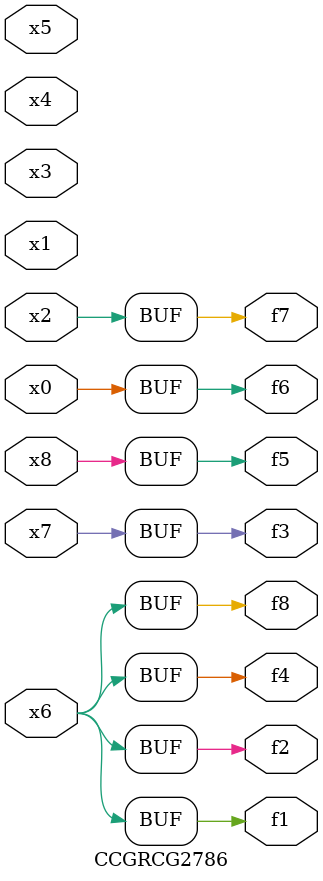
<source format=v>
module CCGRCG2786(
	input x0, x1, x2, x3, x4, x5, x6, x7, x8,
	output f1, f2, f3, f4, f5, f6, f7, f8
);
	assign f1 = x6;
	assign f2 = x6;
	assign f3 = x7;
	assign f4 = x6;
	assign f5 = x8;
	assign f6 = x0;
	assign f7 = x2;
	assign f8 = x6;
endmodule

</source>
